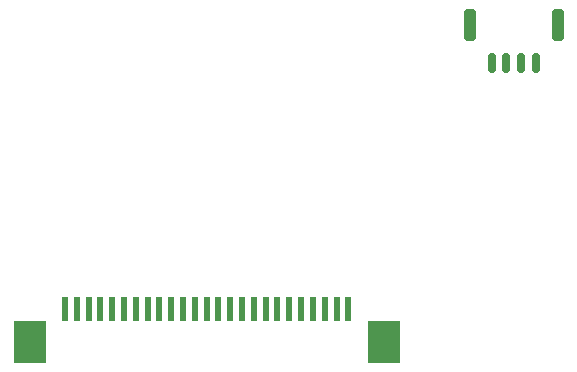
<source format=gbr>
%TF.GenerationSoftware,KiCad,Pcbnew,9.0.7*%
%TF.CreationDate,2026-02-17T16:16:18+01:00*%
%TF.ProjectId,FDD-Final,4644442d-4669-46e6-916c-2e6b69636164,rev?*%
%TF.SameCoordinates,Original*%
%TF.FileFunction,Paste,Top*%
%TF.FilePolarity,Positive*%
%FSLAX46Y46*%
G04 Gerber Fmt 4.6, Leading zero omitted, Abs format (unit mm)*
G04 Created by KiCad (PCBNEW 9.0.7) date 2026-02-17 16:16:18*
%MOMM*%
%LPD*%
G01*
G04 APERTURE LIST*
G04 Aperture macros list*
%AMRoundRect*
0 Rectangle with rounded corners*
0 $1 Rounding radius*
0 $2 $3 $4 $5 $6 $7 $8 $9 X,Y pos of 4 corners*
0 Add a 4 corners polygon primitive as box body*
4,1,4,$2,$3,$4,$5,$6,$7,$8,$9,$2,$3,0*
0 Add four circle primitives for the rounded corners*
1,1,$1+$1,$2,$3*
1,1,$1+$1,$4,$5*
1,1,$1+$1,$6,$7*
1,1,$1+$1,$8,$9*
0 Add four rect primitives between the rounded corners*
20,1,$1+$1,$2,$3,$4,$5,0*
20,1,$1+$1,$4,$5,$6,$7,0*
20,1,$1+$1,$6,$7,$8,$9,0*
20,1,$1+$1,$8,$9,$2,$3,0*%
G04 Aperture macros list end*
%ADD10R,0.610000X2.000000*%
%ADD11R,2.680000X3.600000*%
%ADD12RoundRect,0.150000X0.150000X0.700000X-0.150000X0.700000X-0.150000X-0.700000X0.150000X-0.700000X0*%
%ADD13RoundRect,0.250000X0.250000X1.100000X-0.250000X1.100000X-0.250000X-1.100000X0.250000X-1.100000X0*%
G04 APERTURE END LIST*
D10*
%TO.C,J1*%
X137665500Y-105517740D03*
X138665500Y-105517740D03*
X139665500Y-105517740D03*
X140665500Y-105517740D03*
X141665500Y-105517740D03*
X142665500Y-105517740D03*
X143665500Y-105517740D03*
X144665500Y-105517740D03*
X145665500Y-105517740D03*
X146665500Y-105517740D03*
X147665500Y-105517740D03*
X148665500Y-105517740D03*
X149665500Y-105517740D03*
X150665500Y-105517740D03*
X151665500Y-105517740D03*
X152665500Y-105517740D03*
X153665500Y-105517740D03*
X154665500Y-105517740D03*
X155665500Y-105517740D03*
X156665500Y-105517740D03*
X157665500Y-105517740D03*
X158665500Y-105517740D03*
X159665500Y-105517740D03*
X160665500Y-105517740D03*
X161665500Y-105517740D03*
D11*
X134675500Y-108317740D03*
X164655500Y-108317740D03*
%TD*%
D12*
%TO.C,J3*%
X177540500Y-84667740D03*
X176290500Y-84667740D03*
X175040500Y-84667740D03*
X173790500Y-84667740D03*
D13*
X179390500Y-81467740D03*
X171940500Y-81467740D03*
%TD*%
M02*

</source>
